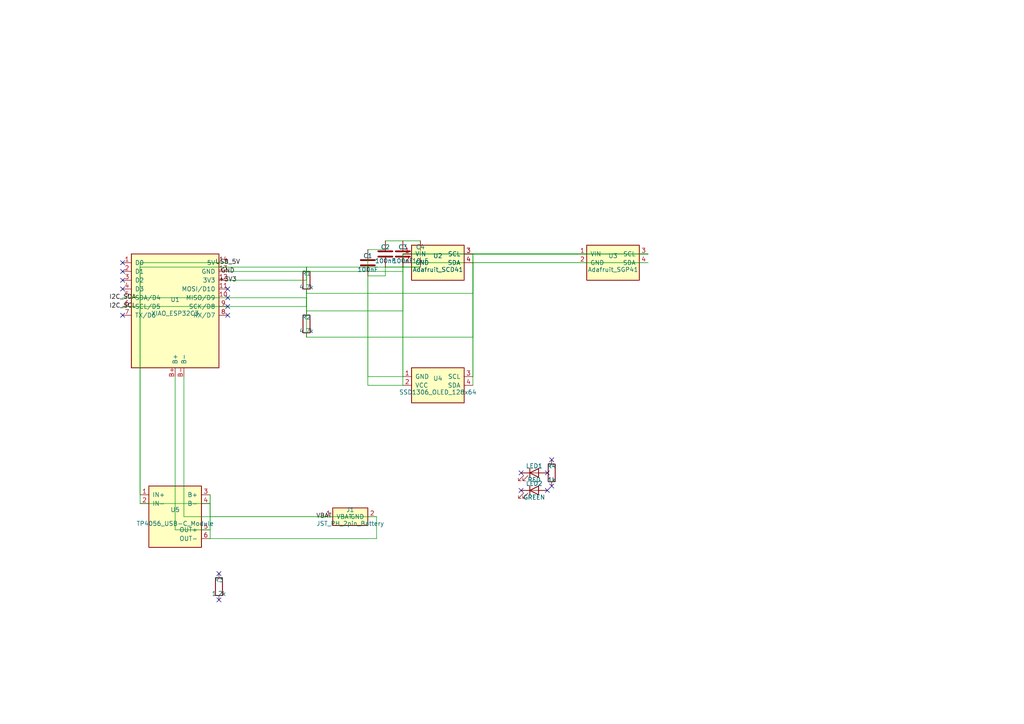
<source format=kicad_sch>
(kicad_sch (version 20231120) (generator "kicad_mcp") (generator_version "9.0")
  (paper "A4")
  (title_block (title "Wearable Air Quality Sensor (Fresh MCP Design)") (rev "A"))
  (lib_symbols
    (symbol "AirQuality_Sensors:XIAO_ESP32C3" (pin_names (offset 1.016))
      (property "Reference" "U" (at -12.7 16.002 0))
      (property "Value" "XIAO_ESP32C3" (at 7.62 -19.05 0))
      (symbol "XIAO_ESP32C3_0_1"
        (rectangle (start -12.7 15.24) (end 12.7 -17.78) (stroke (width 0.254)) (fill (type background)))
      )
      (symbol "XIAO_ESP32C3_1_1"
        (pin bidirectional line (at -15.24 12.7 0) (length 2.54) (name "D0") (number "1"))
        (pin bidirectional line (at -15.24 10.16 0) (length 2.54) (name "D1") (number "2"))
        (pin bidirectional line (at -15.24 7.62 0) (length 2.54) (name "D2") (number "3"))
        (pin bidirectional line (at -15.24 5.08 0) (length 2.54) (name "D3") (number "4"))
        (pin bidirectional line (at -15.24 2.54 0) (length 2.54) (name "SDA/D4") (number "5"))
        (pin bidirectional line (at -15.24 0 0) (length 2.54) (name "SCL/D5") (number "6"))
        (pin bidirectional line (at -15.24 -2.54 0) (length 2.54) (name "TX/D6") (number "7"))
        (pin bidirectional line (at 15.24 -2.54 180) (length 2.54) (name "RX/D7") (number "8"))
        (pin bidirectional line (at 15.24 0 180) (length 2.54) (name "SCK/D8") (number "9"))
        (pin bidirectional line (at 15.24 2.54 180) (length 2.54) (name "MISO/D9") (number "10"))
        (pin bidirectional line (at 15.24 5.08 180) (length 2.54) (name "MOSI/D10") (number "11"))
        (pin power_out line (at 15.24 7.62 180) (length 2.54) (name "3V3") (number "12"))
        (pin power_in line (at 15.24 10.16 180) (length 2.54) (name "GND") (number "13"))
        (pin power_in line (at 15.24 12.7 180) (length 2.54) (name "5V") (number "14"))
        (pin power_in line (at 0 -20.32 90) (length 2.54) (name "B+") (number "B+"))
        (pin power_in line (at 2.54 -20.32 90) (length 2.54) (name "B-") (number "B-"))
      )
    )
    (symbol "AirQuality_Sensors:Adafruit_SCD41" (pin_names (offset 1.016))
      (property "Reference" "U" (at -7.62 6.35 0))
      (property "Value" "Adafruit_SCD41" (at -7.62 -6.35 0))
      (symbol "Adafruit_SCD41_0_1"
        (rectangle (start -7.62 5.08) (end 7.62 -5.08) (stroke (width 0.254)) (fill (type background)))
      )
      (symbol "Adafruit_SCD41_1_1"
        (pin power_in line (at -10.16 2.54 0) (length 2.54) (name "VIN") (number "1"))
        (pin power_in line (at -10.16 0 0) (length 2.54) (name "GND") (number "2"))
        (pin bidirectional line (at 10.16 2.54 180) (length 2.54) (name "SCL") (number "3"))
        (pin bidirectional line (at 10.16 0 180) (length 2.54) (name "SDA") (number "4"))
      )
    )
    (symbol "AirQuality_Sensors:Adafruit_SGP41" (pin_names (offset 1.016))
      (property "Reference" "U" (at -7.62 6.35 0))
      (property "Value" "Adafruit_SGP41" (at -7.62 -6.35 0))
      (symbol "Adafruit_SGP41_0_1"
        (rectangle (start -7.62 5.08) (end 7.62 -5.08) (stroke (width 0.254)) (fill (type background)))
      )
      (symbol "Adafruit_SGP41_1_1"
        (pin power_in line (at -10.16 2.54 0) (length 2.54) (name "VIN") (number "1"))
        (pin power_in line (at -10.16 0 0) (length 2.54) (name "GND") (number "2"))
        (pin bidirectional line (at 10.16 2.54 180) (length 2.54) (name "SCL") (number "3"))
        (pin bidirectional line (at 10.16 0 180) (length 2.54) (name "SDA") (number "4"))
      )
    )
    (symbol "AirQuality_Sensors:SSD1306_OLED" (pin_names (offset 1.016))
      (property "Reference" "U" (at -7.62 6.35 0))
      (property "Value" "SSD1306_OLED" (at -7.62 -6.35 0))
      (symbol "SSD1306_OLED_0_1"
        (rectangle (start -7.62 5.08) (end 7.62 -5.08) (stroke (width 0.254)) (fill (type background)))
      )
      (symbol "SSD1306_OLED_1_1"
        (pin power_in line (at -10.16 2.54 0) (length 2.54) (name "GND") (number "1"))
        (pin power_in line (at -10.16 0 0) (length 2.54) (name "VCC") (number "2"))
        (pin bidirectional line (at 10.16 2.54 180) (length 2.54) (name "SCL") (number "3"))
        (pin bidirectional line (at 10.16 0 180) (length 2.54) (name "SDA") (number "4"))
      )
    )
    (symbol "AirQuality_Sensors:TP4056_Module" (pin_names (offset 1.016))
      (property "Reference" "U" (at -7.62 10.16 0))
      (property "Value" "TP4056_Module" (at -7.62 -10.16 0))
      (symbol "TP4056_Module_0_1"
        (rectangle (start -7.62 8.89) (end 7.62 -8.89) (stroke (width 0.254)) (fill (type background)))
      )
      (symbol "TP4056_Module_1_1"
        (pin power_in line (at -10.16 6.35 0) (length 2.54) (name "IN+") (number "1"))
        (pin power_in line (at -10.16 3.81 0) (length 2.54) (name "IN-") (number "2"))
        (pin power_out line (at 10.16 6.35 180) (length 2.54) (name "B+") (number "3"))
        (pin power_out line (at 10.16 3.81 180) (length 2.54) (name "B-") (number "4"))
        (pin power_out line (at 10.16 -3.81 180) (length 2.54) (name "OUT+") (number "5"))
        (pin power_out line (at 10.16 -6.35 180) (length 2.54) (name "OUT-") (number "6"))
      )
    )
    (symbol "AirQuality_Sensors:JST_PH_2pin" (pin_names (offset 1.016))
      (property "Reference" "J" (at -5.08 3.81 0))
      (property "Value" "JST_PH_2pin" (at -5.08 -3.81 0))
      (symbol "JST_PH_2pin_0_1"
        (rectangle (start -5.08 2.54) (end 5.08 -2.54) (stroke (width 0.254)) (fill (type background)))
      )
      (symbol "JST_PH_2pin_1_1"
        (pin power_out line (at -7.62 0 0) (length 2.54) (name "VBAT") (number "1"))
        (pin power_in line (at 7.62 0 180) (length 2.54) (name "GND") (number "2"))
      )
    )
    (symbol "Device:R" (pin_numbers (hide yes)) (pin_names (offset 0))
      (property "Reference" "R" (at 2.032 0 90))
      (property "Value" "R" (at 0 0 90))
      (symbol "R_0_1"
        (rectangle (start -1.016 -2.54) (end 1.016 2.54) (stroke (width 0.254)))
      )
      (symbol "R_1_1"
        (pin passive line (at 0 3.81 270) (length 1.27) (name "~") (number "1"))
        (pin passive line (at 0 -3.81 90) (length 1.27) (name "~") (number "2"))
      )
    )
    (symbol "Device:C" (pin_numbers (hide yes)) (pin_names (offset 0.254))
      (property "Reference" "C" (at 0.635 2.54 0))
      (property "Value" "C" (at 0.635 -2.54 0))
      (symbol "C_0_1"
        (polyline (pts (xy -2.032 0.762) (xy 2.032 0.762)) (stroke (width 0.508)))
        (polyline (pts (xy -2.032 -0.762) (xy 2.032 -0.762)) (stroke (width 0.508)))
      )
      (symbol "C_1_1"
        (pin passive line (at 0 3.81 270) (length 2.794) (name "~") (number "1"))
        (pin passive line (at 0 -3.81 90) (length 2.794) (name "~") (number "2"))
      )
    )
    (symbol "Device:LED" (pin_numbers (hide yes)) (pin_names (offset 1.016) (hide yes))
      (property "Reference" "D" (at 0 2.54 0))
      (property "Value" "LED" (at 0 -2.54 0))
      (symbol "LED_0_1"
        (polyline (pts (xy -3.048 -0.762) (xy -4.572 -2.286) (xy -3.81 -2.286) (xy -4.572 -2.286) (xy -4.572 -1.524)))
        (polyline (pts (xy -1.778 -0.762) (xy -3.302 -2.286) (xy -2.54 -2.286) (xy -3.302 -2.286) (xy -3.302 -1.524)))
        (polyline (pts (xy -1.27 0) (xy 1.27 0)))
        (polyline (pts (xy -1.27 -1.27) (xy -1.27 1.27)) (stroke (width 0.254)))
        (polyline (pts (xy 1.27 -1.27) (xy 1.27 1.27) (xy -1.27 0) (xy 1.27 -1.27)) (stroke (width 0.254)))
      )
      (symbol "LED_1_1"
        (pin passive line (at -3.81 0 0) (length 2.54) (name "K") (number "1"))
        (pin passive line (at 3.81 0 180) (length 2.54) (name "A") (number "2"))
      )
    )
  )
  (no_connect (at 158.75 142.24))
  (no_connect (at 151.13 142.24))
  (no_connect (at 158.75 137.16))
  (no_connect (at 151.13 137.16))
  (no_connect (at 160.02 140.97))
  (no_connect (at 160.02 133.35))
  (no_connect (at 63.5 173.99))
  (no_connect (at 63.5 166.37))
  (no_connect (at 66.04 83.82))
  (no_connect (at 66.04 86.36))
  (no_connect (at 66.04 88.9))
  (no_connect (at 66.04 91.44))
  (no_connect (at 35.56 91.44))
  (no_connect (at 35.56 83.82))
  (no_connect (at 35.56 81.28))
  (no_connect (at 35.56 78.74))
  (no_connect (at 35.56 76.2))
  (label "USB_5V" (at 66.04 76.2 0))
  (wire (pts (xy 40.64 76.2) (xy 40.64 143.51)))
  (wire (pts (xy 66.04 76.2) (xy 40.64 76.2)))
  (label "VBAT" (at 93.98 149.86 0))
  (wire (pts (xy 50.8 153.67) (xy 50.8 109.22)))
  (wire (pts (xy 60.96 153.67) (xy 50.8 153.67)))
  (wire (pts (xy 60.96 143.51) (xy 60.96 153.67)))
  (wire (pts (xy 60.96 149.86) (xy 60.96 143.51)))
  (wire (pts (xy 93.98 149.86) (xy 60.96 149.86)))
  (label "GND" (at 66.04 78.74 0))
  (wire (pts (xy 53.34 149.86) (xy 53.34 109.22)))
  (wire (pts (xy 109.22 149.86) (xy 53.34 149.86)))
  (wire (pts (xy 109.22 156.21) (xy 109.22 149.86)))
  (wire (pts (xy 60.96 156.21) (xy 109.22 156.21)))
  (wire (pts (xy 60.96 146.05) (xy 60.96 156.21)))
  (wire (pts (xy 40.64 146.05) (xy 60.96 146.05)))
  (wire (pts (xy 40.64 77.47) (xy 40.64 146.05)))
  (wire (pts (xy 121.92 77.47) (xy 40.64 77.47)))
  (wire (pts (xy 116.84 77.47) (xy 121.92 77.47)))
  (wire (pts (xy 111.76 77.47) (xy 116.84 77.47)))
  (wire (pts (xy 111.76 80.01) (xy 111.76 77.47)))
  (wire (pts (xy 106.68 80.01) (xy 111.76 80.01)))
  (wire (pts (xy 106.68 109.22) (xy 106.68 80.01)))
  (wire (pts (xy 116.84 109.22) (xy 106.68 109.22)))
  (wire (pts (xy 116.84 76.2) (xy 116.84 109.22)))
  (wire (pts (xy 167.64 76.2) (xy 116.84 76.2)))
  (wire (pts (xy 116.84 76.2) (xy 167.64 76.2)))
  (wire (pts (xy 116.84 78.74) (xy 116.84 76.2)))
  (wire (pts (xy 66.04 78.74) (xy 116.84 78.74)))
  (label "+3V3" (at 66.04 81.28 0))
  (wire (pts (xy 116.84 69.85) (xy 121.92 69.85)))
  (wire (pts (xy 111.76 69.85) (xy 116.84 69.85)))
  (wire (pts (xy 111.76 72.39) (xy 111.76 69.85)))
  (wire (pts (xy 106.68 72.39) (xy 111.76 72.39)))
  (wire (pts (xy 106.68 111.76) (xy 106.68 72.39)))
  (wire (pts (xy 116.84 111.76) (xy 106.68 111.76)))
  (wire (pts (xy 116.84 73.66) (xy 116.84 111.76)))
  (wire (pts (xy 167.64 73.66) (xy 116.84 73.66)))
  (wire (pts (xy 116.84 73.66) (xy 167.64 73.66)))
  (wire (pts (xy 116.84 90.17) (xy 116.84 73.66)))
  (wire (pts (xy 88.9 90.17) (xy 116.84 90.17)))
  (wire (pts (xy 88.9 77.47) (xy 88.9 90.17)))
  (wire (pts (xy 88.9 81.28) (xy 88.9 77.47)))
  (wire (pts (xy 66.04 81.28) (xy 88.9 81.28)))
  (label "I2C_SCL" (at 35.56 88.9 0))
  (wire (pts (xy 137.16 73.66) (xy 137.16 109.22)))
  (wire (pts (xy 187.96 73.66) (xy 137.16 73.66)))
  (wire (pts (xy 137.16 73.66) (xy 187.96 73.66)))
  (wire (pts (xy 137.16 85.09) (xy 137.16 73.66)))
  (wire (pts (xy 88.9 85.09) (xy 137.16 85.09)))
  (wire (pts (xy 88.9 88.9) (xy 88.9 85.09)))
  (wire (pts (xy 35.56 88.9) (xy 88.9 88.9)))
  (label "I2C_SDA" (at 35.56 86.36 0))
  (wire (pts (xy 137.16 76.2) (xy 137.16 111.76)))
  (wire (pts (xy 187.96 76.2) (xy 137.16 76.2)))
  (wire (pts (xy 137.16 76.2) (xy 187.96 76.2)))
  (wire (pts (xy 137.16 97.79) (xy 137.16 76.2)))
  (wire (pts (xy 88.9 97.79) (xy 137.16 97.79)))
  (wire (pts (xy 88.9 86.36) (xy 88.9 97.79)))
  (wire (pts (xy 35.56 86.36) (xy 88.9 86.36)))
  (symbol (lib_id "Device:LED") (at 154.94 142.24 0.0) (unit 1)
    (property "Reference" "LED2" (at 154.94 140.24 0))
    (property "Value" "GREEN" (at 154.94 144.24 0))
    (property "Footprint" "LED_SMD:LED_0805_2012Metric" (effects hide))
  )
  (symbol (lib_id "Device:LED") (at 154.94 137.16 0.0) (unit 1)
    (property "Reference" "LED1" (at 154.94 135.16 0))
    (property "Value" "RED" (at 154.94 139.16 0))
    (property "Footprint" "LED_SMD:LED_0805_2012Metric" (effects hide))
  )
  (symbol (lib_id "Device:C") (at 121.92 73.66 0.0) (unit 1)
    (property "Reference" "C4" (at 121.92 71.66 0))
    (property "Value" "10uF" (at 121.92 75.66 0))
    (property "Footprint" "Capacitor_SMD:C_0805_2012Metric" (effects hide))
  )
  (symbol (lib_id "Device:C") (at 116.84 73.66 0.0) (unit 1)
    (property "Reference" "C3" (at 116.84 71.66 0))
    (property "Value" "100nF" (at 116.84 75.66 0))
    (property "Footprint" "Capacitor_SMD:C_0603_1608Metric" (effects hide))
  )
  (symbol (lib_id "Device:C") (at 111.76 73.66 0.0) (unit 1)
    (property "Reference" "C2" (at 111.76 71.66 0))
    (property "Value" "100nF" (at 111.76 75.66 0))
    (property "Footprint" "Capacitor_SMD:C_0603_1608Metric" (effects hide))
  )
  (symbol (lib_id "Device:R") (at 160.02 137.16 0.0) (unit 1)
    (property "Reference" "R4" (at 160.02 135.16 0))
    (property "Value" "1k" (at 160.02 139.16 0))
    (property "Footprint" "Resistor_SMD:R_0603_1608Metric" (effects hide))
  )
  (symbol (lib_id "Device:R") (at 63.5 170.18 0.0) (unit 1)
    (property "Reference" "R3" (at 63.5 168.18 0))
    (property "Value" "1.2k" (at 63.5 172.18 0))
    (property "Footprint" "Resistor_SMD:R_0603_1608Metric" (effects hide))
  )
  (symbol (lib_id "Device:C") (at 106.68 76.2 0.0) (unit 1)
    (property "Reference" "C1" (at 106.68 74.2 0))
    (property "Value" "100nF" (at 106.68 78.2 0))
    (property "Footprint" "Capacitor_SMD:C_0603_1608Metric" (effects hide))
  )
  (symbol (lib_id "Device:R") (at 88.9 93.98 0.0) (unit 1)
    (property "Reference" "R2" (at 88.9 91.98 0))
    (property "Value" "4.7k" (at 88.9 95.98 0))
    (property "Footprint" "Resistor_SMD:R_0603_1608Metric" (effects hide))
  )
  (symbol (lib_id "Device:R") (at 88.9 81.28 0.0) (unit 1)
    (property "Reference" "R1" (at 88.9 79.28 0))
    (property "Value" "4.7k" (at 88.9 83.28 0))
    (property "Footprint" "Resistor_SMD:R_0603_1608Metric" (effects hide))
  )
  (symbol (lib_id "AirQuality_Sensors:JST_PH_2pin") (at 101.6 149.86 0.0) (unit 1)
    (property "Reference" "J1" (at 101.6 147.86 0))
    (property "Value" "JST_PH_2pin_Battery" (at 101.6 151.86 0))
    (property "Footprint" "AirQuality:JST_PH_2pin_Battery" (effects hide))
  )
  (symbol (lib_id "AirQuality_Sensors:TP4056_Module") (at 50.8 149.86 0.0) (unit 1)
    (property "Reference" "U5" (at 50.8 147.86 0))
    (property "Value" "TP4056_USB-C_Module" (at 50.8 151.86 0))
    (property "Footprint" "AirQuality:TP4056_USB-C_Module" (effects hide))
  )
  (symbol (lib_id "AirQuality_Sensors:SSD1306_OLED") (at 127.0 111.76 0.0) (unit 1)
    (property "Reference" "U4" (at 127.0 109.76 0))
    (property "Value" "SSD1306_OLED_128x64" (at 127.0 113.76 0))
    (property "Footprint" "AirQuality:SSD1306_OLED_128x64" (effects hide))
  )
  (symbol (lib_id "AirQuality_Sensors:Adafruit_SGP41") (at 177.8 76.2 0.0) (unit 1)
    (property "Reference" "U3" (at 177.8 74.2 0))
    (property "Value" "Adafruit_SGP41" (at 177.8 78.2 0))
    (property "Footprint" "AirQuality:Adafruit_SGP41" (effects hide))
  )
  (symbol (lib_id "AirQuality_Sensors:Adafruit_SCD41") (at 127.0 76.2 0.0) (unit 1)
    (property "Reference" "U2" (at 127.0 74.2 0))
    (property "Value" "Adafruit_SCD41" (at 127.0 78.2 0))
    (property "Footprint" "AirQuality:Adafruit_SCD41" (effects hide))
  )
  (symbol (lib_id "AirQuality_Sensors:XIAO_ESP32C3") (at 50.8 88.9 0.0) (unit 1)
    (property "Reference" "U1" (at 50.8 86.9 0))
    (property "Value" "XIAO_ESP32C3" (at 50.8 90.9 0))
    (property "Footprint" "AirQuality:XIAO_ESP32C3" (effects hide))
  )
)
</source>
